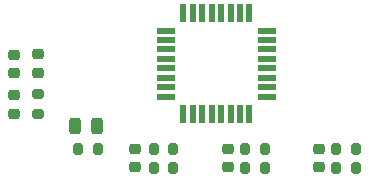
<source format=gbr>
%TF.GenerationSoftware,KiCad,Pcbnew,8.0.6*%
%TF.CreationDate,2024-11-25T15:37:35+03:30*%
%TF.ProjectId,AlarmClock,416c6172-6d43-46c6-9f63-6b2e6b696361,rev?*%
%TF.SameCoordinates,Original*%
%TF.FileFunction,Paste,Top*%
%TF.FilePolarity,Positive*%
%FSLAX46Y46*%
G04 Gerber Fmt 4.6, Leading zero omitted, Abs format (unit mm)*
G04 Created by KiCad (PCBNEW 8.0.6) date 2024-11-25 15:37:35*
%MOMM*%
%LPD*%
G01*
G04 APERTURE LIST*
G04 Aperture macros list*
%AMRoundRect*
0 Rectangle with rounded corners*
0 $1 Rounding radius*
0 $2 $3 $4 $5 $6 $7 $8 $9 X,Y pos of 4 corners*
0 Add a 4 corners polygon primitive as box body*
4,1,4,$2,$3,$4,$5,$6,$7,$8,$9,$2,$3,0*
0 Add four circle primitives for the rounded corners*
1,1,$1+$1,$2,$3*
1,1,$1+$1,$4,$5*
1,1,$1+$1,$6,$7*
1,1,$1+$1,$8,$9*
0 Add four rect primitives between the rounded corners*
20,1,$1+$1,$2,$3,$4,$5,0*
20,1,$1+$1,$4,$5,$6,$7,0*
20,1,$1+$1,$6,$7,$8,$9,0*
20,1,$1+$1,$8,$9,$2,$3,0*%
G04 Aperture macros list end*
%ADD10RoundRect,0.225000X-0.250000X0.225000X-0.250000X-0.225000X0.250000X-0.225000X0.250000X0.225000X0*%
%ADD11RoundRect,0.200000X-0.275000X0.200000X-0.275000X-0.200000X0.275000X-0.200000X0.275000X0.200000X0*%
%ADD12RoundRect,0.200000X0.200000X0.275000X-0.200000X0.275000X-0.200000X-0.275000X0.200000X-0.275000X0*%
%ADD13RoundRect,0.225000X0.250000X-0.225000X0.250000X0.225000X-0.250000X0.225000X-0.250000X-0.225000X0*%
%ADD14RoundRect,0.218750X-0.256250X0.218750X-0.256250X-0.218750X0.256250X-0.218750X0.256250X0.218750X0*%
%ADD15RoundRect,0.243750X0.243750X0.456250X-0.243750X0.456250X-0.243750X-0.456250X0.243750X-0.456250X0*%
%ADD16R,1.600000X0.550000*%
%ADD17R,0.550000X1.600000*%
G04 APERTURE END LIST*
D10*
%TO.C,C5*%
X133000000Y-113725000D03*
X133000000Y-115275000D03*
%TD*%
D11*
%TO.C,R7*%
X109250000Y-109100000D03*
X109250000Y-110750000D03*
%TD*%
D12*
%TO.C,R2*%
X119060000Y-115350000D03*
X120710000Y-115350000D03*
%TD*%
%TO.C,R4*%
X126800000Y-113725000D03*
X128450000Y-113725000D03*
%TD*%
%TO.C,R1*%
X119060000Y-113725000D03*
X120710000Y-113725000D03*
%TD*%
D10*
%TO.C,C3*%
X117460000Y-115275000D03*
X117460000Y-113725000D03*
%TD*%
D13*
%TO.C,C1*%
X107250000Y-110730000D03*
X107250000Y-109180000D03*
%TD*%
D12*
%TO.C,R5*%
X136150000Y-115300000D03*
X134500000Y-115300000D03*
%TD*%
%TO.C,R9*%
X114325000Y-113750000D03*
X112675000Y-113750000D03*
%TD*%
%TO.C,R3*%
X126800000Y-115305000D03*
X128450000Y-115305000D03*
%TD*%
D10*
%TO.C,C2*%
X107250000Y-105760000D03*
X107250000Y-107310000D03*
%TD*%
D14*
%TO.C,D3*%
X109250000Y-105712500D03*
X109250000Y-107287500D03*
%TD*%
D10*
%TO.C,C4*%
X125300000Y-115275000D03*
X125300000Y-113725000D03*
%TD*%
D15*
%TO.C,D1*%
X114250000Y-111750000D03*
X112375000Y-111750000D03*
%TD*%
D12*
%TO.C,R6*%
X136150000Y-113750000D03*
X134500000Y-113750000D03*
%TD*%
D16*
%TO.C,U1*%
X120100000Y-103700000D03*
X120100000Y-104500000D03*
X120100000Y-105300000D03*
X120100000Y-106100000D03*
X120100000Y-106900000D03*
X120100000Y-107700000D03*
X120100000Y-108500000D03*
X120100000Y-109300000D03*
D17*
X121550000Y-110750000D03*
X122350000Y-110750000D03*
X123150000Y-110750000D03*
X123950000Y-110750000D03*
X124750000Y-110750000D03*
X125550000Y-110750000D03*
X126350000Y-110750000D03*
X127150000Y-110750000D03*
D16*
X128600000Y-109300000D03*
X128600000Y-108500000D03*
X128600000Y-107700000D03*
X128600000Y-106900000D03*
X128600000Y-106100000D03*
X128600000Y-105300000D03*
X128600000Y-104500000D03*
X128600000Y-103700000D03*
D17*
X127150000Y-102250000D03*
X126350000Y-102250000D03*
X125550000Y-102250000D03*
X124750000Y-102250000D03*
X123950000Y-102250000D03*
X123150000Y-102250000D03*
X122350000Y-102250000D03*
X121550000Y-102250000D03*
%TD*%
M02*

</source>
